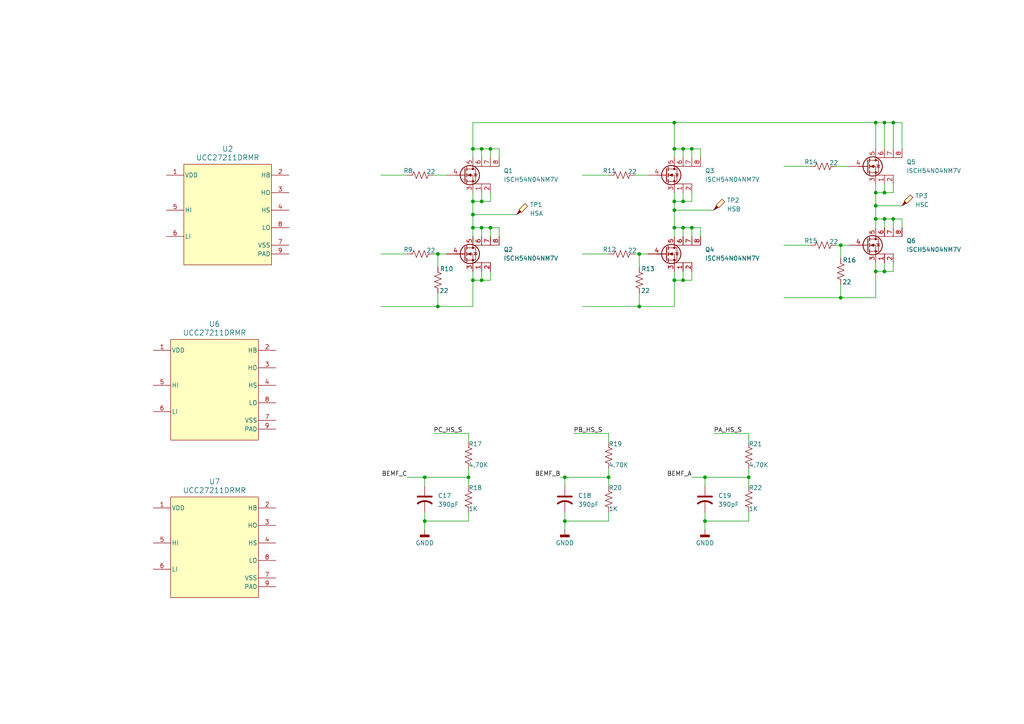
<source format=kicad_sch>
(kicad_sch (version 20250114) (generator "eeschema") (generator_version "9.0")
  (paper "A4")
  (lib_symbols
    (symbol "AzizFaozi:ISCH54N04NM7V" (pin_names (offset 0) (hide yes))
      (property "Reference" "Q" (at 5.08 1.905 0))
      (property "Value" "ISCH54N04NM7V" (at 5.08 0 0))
      (symbol "ISCH54N04NM7V_0_1"
        (polyline (pts (xy 0.254 1.905) (xy 0.254 -1.905)) (stroke (width 0.254)))
        (polyline (pts (xy 0.254 0) (xy -2.54 0)))
        (polyline (pts (xy 0.762 2.286) (xy 0.762 1.27)) (stroke (width 0.254)))
        (polyline (pts (xy 0.762 0.508) (xy 0.762 -0.508)) (stroke (width 0.254)))
        (polyline (pts (xy 0.762 -1.27) (xy 0.762 -2.286)) (stroke (width 0.254)))
        (polyline (pts (xy 0.762 -1.778) (xy 3.302 -1.778) (xy 3.302 1.778) (xy 0.762 1.778)))
        (polyline (pts (xy 1.016 0) (xy 2.032 0.381) (xy 2.032 -0.381) (xy 1.016 0)) (fill (type outline)))
        (circle (center 1.651 0) (radius 2.794) (stroke (width 0.254)))
        (polyline (pts (xy 2.54 2.54) (xy 2.54 1.778)))
        (circle (center 2.54 1.778) (radius 0.254) (fill (type outline)))
        (circle (center 2.54 -1.778) (radius 0.254) (fill (type outline)))
        (polyline (pts (xy 2.54 -2.54) (xy 2.54 0) (xy 0.762 0)))
        (polyline (pts (xy 2.794 0.508) (xy 2.921 0.381) (xy 3.683 0.381) (xy 3.81 0.254)))
        (polyline (pts (xy 3.302 0.381) (xy 2.921 -0.254) (xy 3.683 -0.254) (xy 3.302 0.381)))
        (polyline (pts (xy 7.62 -2.54) (xy 2.54 -2.54)))
        (polyline (pts (xy 10.16 2.54) (xy 2.54 2.54)))
      )
      (symbol "ISCH54N04NM7V_1_0"
        (pin input line (at 7.62 5.08 270) (length 2.54) (name "D") (number "7"))
        (pin input line (at 10.16 5.08 270) (length 2.54) (name "D") (number "8"))
      )
      (symbol "ISCH54N04NM7V_1_1"
        (pin input line (at -5.08 0 0) (length 5.08) (name "G") (number "4"))
        (pin passive line (at 2.54 5.08 270) (length 2.54) (name "D") (number "5"))
        (pin passive line (at 2.54 -5.08 90) (length 2.54) (name "S") (number "3"))
        (pin input line (at 5.08 5.08 270) (length 2.54) (name "D") (number "6"))
        (pin passive line (at 5.08 -5.08 90) (length 2.54) (name "S") (number "1"))
        (pin passive line (at 7.62 -5.08 90) (length 2.54) (name "S") (number "2"))
      )
    )
    (symbol "Connector:TestPoint_Probe" (pin_numbers (hide yes)) (pin_names (offset 0.762) (hide yes))
      (property "Reference" "TP" (at 1.651 5.842 0))
      (property "Value" "TestPoint_Probe" (at 1.651 4.064 0))
      (symbol "TestPoint_Probe_0_1"
        (polyline (pts (xy 1.27 0.762) (xy 0 0) (xy 0.762 1.27) (xy 1.27 0.762)) (fill (type outline)))
        (polyline (pts (xy 1.397 0.635) (xy 0.635 1.397) (xy 2.413 3.175) (xy 3.175 2.413) (xy 1.397 0.635)) (fill (type background)))
      )
      (symbol "TestPoint_Probe_1_1"
        (pin passive line (at 0 0 90) (length 0) (name "1") (number "1"))
      )
    )
    (symbol "Device:C_US" (pin_numbers (hide yes)) (pin_names (offset 0.254) (hide yes))
      (property "Reference" "C" (at 0.635 2.54 0))
      (property "Value" "C_US" (at 0.635 -2.54 0))
      (symbol "C_US_0_1"
        (polyline (pts (xy -2.032 0.762) (xy 2.032 0.762)) (stroke (width 0.508)))
        (arc (start -2.032 -1.27) (mid 0 -0.5572) (end 2.032 -1.27) (stroke (width 0.508)))
      )
      (symbol "C_US_1_1"
        (pin passive line (at 0 3.81 270) (length 2.794) (name "~") (number "1"))
        (pin passive line (at 0 -3.81 90) (length 3.302) (name "~") (number "2"))
      )
    )
    (symbol "Device:R_US" (pin_numbers (hide yes)) (pin_names (offset 0))
      (property "Reference" "R" (at 2.54 0 90))
      (property "Value" "R_US" (at -2.54 0 90))
      (symbol "R_US_0_1"
        (polyline (pts (xy 0 2.286) (xy 0 2.54)))
        (polyline (pts (xy 0 2.286) (xy 1.016 1.905) (xy 0 1.524) (xy -1.016 1.143) (xy 0 0.762)))
        (polyline (pts (xy 0 0.762) (xy 1.016 0.381) (xy 0 0) (xy -1.016 -0.381) (xy 0 -0.762)))
        (polyline (pts (xy 0 -0.762) (xy 1.016 -1.143) (xy 0 -1.524) (xy -1.016 -1.905) (xy 0 -2.286)))
        (polyline (pts (xy 0 -2.286) (xy 0 -2.54)))
      )
      (symbol "R_US_1_1"
        (pin passive line (at 0 3.81 270) (length 1.27) (name "~") (number "1"))
        (pin passive line (at 0 -3.81 90) (length 1.27) (name "~") (number "2"))
      )
    )
    (symbol "droneUltimate:UCC27211DRMR" (pin_names (offset 0.254))
      (property "Reference" "U" (at 0 2.54 0))
      (property "Value" "UCC27211DRMR" (at 0 0 0))
      (symbol "UCC27211DRMR_0_1"
        (pin power_in line (at -17.78 10.16 0) (length 5.08) (name "VDD") (number "1"))
        (pin input line (at -17.78 0 0) (length 5.08) (name "HI") (number "5"))
        (pin input line (at -17.78 -7.62 0) (length 5.08) (name "LI") (number "6"))
        (pin power_in line (at 17.78 10.16 180) (length 5.08) (name "HB") (number "2"))
        (pin output line (at 17.78 5.08 180) (length 5.08) (name "HO") (number "3"))
        (pin power_in line (at 17.78 0 180) (length 5.08) (name "HS") (number "4"))
        (pin output line (at 17.78 -5.08 180) (length 5.08) (name "LO") (number "8"))
        (pin power_in line (at 17.78 -10.16 180) (length 5.08) (name "VSS") (number "7"))
        (pin unspecified line (at 17.78 -12.7 180) (length 5.08) (name "PAD") (number "9"))
      )
      (symbol "UCC27211DRMR_1_1"
        (rectangle (start -12.7 13.335) (end 12.7 -15.875) (fill (type background)))
        (rectangle (start 10.795 -14.605) (end 10.795 -14.605))
      )
    )
    (symbol "power:GNDD" (power) (pin_numbers (hide yes)) (pin_names (offset 0) (hide yes))
      (property "Value" "GNDD" (at 0 -3.175 0))
      (symbol "GNDD_0_1"
        (rectangle (start -1.27 -1.524) (end 1.27 -2.032) (stroke (width 0.254)) (fill (type outline)))
        (polyline (pts (xy 0 0) (xy 0 -1.524)))
      )
      (symbol "GNDD_1_1"
        (pin power_in line (at 0 0 270) (length 0) (name "~") (number "1"))
      )
    )
  )
  (junction (at 217.17 138.43))
  (junction (at 142.24 43.18))
  (junction (at 163.83 151.13))
  (junction (at 195.58 81.28))
  (junction (at 195.58 43.18))
  (junction (at 195.58 35.56))
  (junction (at 198.12 43.18))
  (junction (at 198.12 66.04))
  (junction (at 137.16 58.42))
  (junction (at 254 63.5))
  (junction (at 123.19 151.13))
  (junction (at 137.16 81.28))
  (junction (at 135.89 138.43))
  (junction (at 127 73.66))
  (junction (at 204.47 138.43))
  (junction (at 137.16 62.23))
  (junction (at 198.12 58.42))
  (junction (at 200.66 43.18))
  (junction (at 259.08 63.5))
  (junction (at 123.19 138.43))
  (junction (at 256.54 63.5))
  (junction (at 176.53 138.43))
  (junction (at 256.54 55.88))
  (junction (at 254 78.74))
  (junction (at 254 59.69))
  (junction (at 137.16 43.18))
  (junction (at 195.58 66.04))
  (junction (at 200.66 66.04))
  (junction (at 139.7 43.18))
  (junction (at 163.83 138.43))
  (junction (at 139.7 66.04))
  (junction (at 195.58 58.42))
  (junction (at 204.47 151.13))
  (junction (at 185.42 88.9))
  (junction (at 139.7 58.42))
  (junction (at 256.54 35.56))
  (junction (at 243.84 71.12))
  (junction (at 195.58 60.96))
  (junction (at 127 88.9))
  (junction (at 243.84 86.36))
  (junction (at 137.16 66.04))
  (junction (at 142.24 66.04))
  (junction (at 256.54 78.74))
  (junction (at 185.42 73.66))
  (junction (at 139.7 81.28))
  (junction (at 259.08 35.56))
  (junction (at 254 55.88))
  (junction (at 254 35.56))
  (junction (at 198.12 81.28))
  (wire (pts (xy 163.83 151.13) (xy 176.53 151.13)))
  (wire (pts (xy 254 59.69) (xy 254 63.5)))
  (wire (pts (xy 142.24 43.18) (xy 139.7 43.18)))
  (wire (pts (xy 137.16 81.28) (xy 137.16 88.9)))
  (wire (pts (xy 198.12 43.18) (xy 198.12 45.72)))
  (wire (pts (xy 123.19 148.59) (xy 123.19 151.13)))
  (wire (pts (xy 168.91 88.9) (xy 185.42 88.9)))
  (wire (pts (xy 139.7 58.42) (xy 137.16 58.42)))
  (wire (pts (xy 195.58 43.18) (xy 195.58 45.72)))
  (wire (pts (xy 256.54 63.5) (xy 254 63.5)))
  (wire (pts (xy 195.58 66.04) (xy 195.58 68.58)))
  (wire (pts (xy 168.91 50.8) (xy 176.53 50.8)))
  (wire (pts (xy 200.66 138.43) (xy 204.47 138.43)))
  (wire (pts (xy 163.83 138.43) (xy 176.53 138.43)))
  (wire (pts (xy 242.57 71.12) (xy 243.84 71.12)))
  (wire (pts (xy 137.16 66.04) (xy 137.16 68.58)))
  (wire (pts (xy 243.84 74.93) (xy 243.84 71.12)))
  (wire (pts (xy 242.57 48.26) (xy 246.38 48.26)))
  (wire (pts (xy 254 63.5) (xy 254 66.04)))
  (wire (pts (xy 176.53 148.59) (xy 176.53 151.13)))
  (wire (pts (xy 110.49 50.8) (xy 118.11 50.8)))
  (wire (pts (xy 254 55.88) (xy 254 59.69)))
  (wire (pts (xy 184.15 73.66) (xy 185.42 73.66)))
  (wire (pts (xy 198.12 55.88) (xy 198.12 58.42)))
  (wire (pts (xy 256.54 35.56) (xy 256.54 43.18)))
  (wire (pts (xy 195.58 55.88) (xy 195.58 58.42)))
  (wire (pts (xy 204.47 138.43) (xy 217.17 138.43)))
  (wire (pts (xy 123.19 138.43) (xy 135.89 138.43)))
  (wire (pts (xy 259.08 76.2) (xy 259.08 78.74)))
  (wire (pts (xy 254 59.69) (xy 261.62 59.69)))
  (wire (pts (xy 139.7 66.04) (xy 139.7 68.58)))
  (wire (pts (xy 200.66 78.74) (xy 200.66 81.28)))
  (wire (pts (xy 259.08 63.5) (xy 256.54 63.5)))
  (wire (pts (xy 142.24 55.88) (xy 142.24 58.42)))
  (wire (pts (xy 259.08 63.5) (xy 259.08 66.04)))
  (wire (pts (xy 259.08 35.56) (xy 261.62 35.56)))
  (wire (pts (xy 254 35.56) (xy 256.54 35.56)))
  (wire (pts (xy 123.19 140.97) (xy 123.19 138.43)))
  (wire (pts (xy 142.24 66.04) (xy 139.7 66.04)))
  (wire (pts (xy 227.33 86.36) (xy 243.84 86.36)))
  (wire (pts (xy 137.16 78.74) (xy 137.16 81.28)))
  (wire (pts (xy 166.37 125.73) (xy 176.53 125.73)))
  (wire (pts (xy 203.2 66.04) (xy 200.66 66.04)))
  (wire (pts (xy 184.15 50.8) (xy 187.96 50.8)))
  (wire (pts (xy 198.12 78.74) (xy 198.12 81.28)))
  (wire (pts (xy 142.24 66.04) (xy 142.24 68.58)))
  (wire (pts (xy 203.2 45.72) (xy 203.2 43.18)))
  (wire (pts (xy 254 35.56) (xy 254 43.18)))
  (wire (pts (xy 207.01 125.73) (xy 217.17 125.73)))
  (wire (pts (xy 168.91 73.66) (xy 176.53 73.66)))
  (wire (pts (xy 176.53 128.27) (xy 176.53 125.73)))
  (wire (pts (xy 227.33 71.12) (xy 234.95 71.12)))
  (wire (pts (xy 195.58 60.96) (xy 195.58 66.04)))
  (wire (pts (xy 137.16 55.88) (xy 137.16 58.42)))
  (wire (pts (xy 142.24 58.42) (xy 139.7 58.42)))
  (wire (pts (xy 204.47 140.97) (xy 204.47 138.43)))
  (wire (pts (xy 243.84 82.55) (xy 243.84 86.36)))
  (wire (pts (xy 200.66 43.18) (xy 200.66 45.72)))
  (wire (pts (xy 254 76.2) (xy 254 78.74)))
  (wire (pts (xy 137.16 62.23) (xy 137.16 66.04)))
  (wire (pts (xy 200.66 55.88) (xy 200.66 58.42)))
  (wire (pts (xy 259.08 78.74) (xy 256.54 78.74)))
  (wire (pts (xy 195.58 35.56) (xy 195.58 43.18)))
  (wire (pts (xy 200.66 58.42) (xy 198.12 58.42)))
  (wire (pts (xy 139.7 55.88) (xy 139.7 58.42)))
  (wire (pts (xy 127 73.66) (xy 129.54 73.66)))
  (wire (pts (xy 200.66 81.28) (xy 198.12 81.28)))
  (wire (pts (xy 163.83 151.13) (xy 163.83 153.67)))
  (wire (pts (xy 217.17 135.89) (xy 217.17 138.43)))
  (wire (pts (xy 195.58 81.28) (xy 195.58 88.9)))
  (wire (pts (xy 135.89 138.43) (xy 135.89 140.97)))
  (wire (pts (xy 204.47 151.13) (xy 204.47 153.67)))
  (wire (pts (xy 127 77.47) (xy 127 73.66)))
  (wire (pts (xy 217.17 128.27) (xy 217.17 125.73)))
  (wire (pts (xy 137.16 62.23) (xy 149.86 62.23)))
  (wire (pts (xy 256.54 76.2) (xy 256.54 78.74)))
  (wire (pts (xy 125.73 50.8) (xy 129.54 50.8)))
  (wire (pts (xy 198.12 66.04) (xy 198.12 68.58)))
  (wire (pts (xy 163.83 148.59) (xy 163.83 151.13)))
  (wire (pts (xy 142.24 43.18) (xy 142.24 45.72)))
  (wire (pts (xy 217.17 148.59) (xy 217.17 151.13)))
  (wire (pts (xy 137.16 43.18) (xy 137.16 35.56)))
  (wire (pts (xy 163.83 140.97) (xy 163.83 138.43)))
  (wire (pts (xy 185.42 73.66) (xy 187.96 73.66)))
  (wire (pts (xy 118.11 138.43) (xy 123.19 138.43)))
  (wire (pts (xy 135.89 148.59) (xy 135.89 151.13)))
  (wire (pts (xy 207.01 60.96) (xy 195.58 60.96)))
  (wire (pts (xy 185.42 88.9) (xy 195.58 88.9)))
  (wire (pts (xy 125.73 125.73) (xy 135.89 125.73)))
  (wire (pts (xy 185.42 77.47) (xy 185.42 73.66)))
  (wire (pts (xy 139.7 43.18) (xy 139.7 45.72)))
  (wire (pts (xy 254 78.74) (xy 254 86.36)))
  (wire (pts (xy 127 85.09) (xy 127 88.9)))
  (wire (pts (xy 195.58 78.74) (xy 195.58 81.28)))
  (wire (pts (xy 137.16 58.42) (xy 137.16 62.23)))
  (wire (pts (xy 144.78 43.18) (xy 142.24 43.18)))
  (wire (pts (xy 198.12 58.42) (xy 195.58 58.42)))
  (wire (pts (xy 135.89 135.89) (xy 135.89 138.43)))
  (wire (pts (xy 259.08 55.88) (xy 256.54 55.88)))
  (wire (pts (xy 127 88.9) (xy 137.16 88.9)))
  (wire (pts (xy 198.12 66.04) (xy 195.58 66.04)))
  (wire (pts (xy 137.16 35.56) (xy 195.58 35.56)))
  (wire (pts (xy 195.58 58.42) (xy 195.58 60.96)))
  (wire (pts (xy 137.16 45.72) (xy 137.16 43.18)))
  (wire (pts (xy 256.54 35.56) (xy 259.08 35.56)))
  (wire (pts (xy 200.66 66.04) (xy 198.12 66.04)))
  (wire (pts (xy 125.73 73.66) (xy 127 73.66)))
  (wire (pts (xy 243.84 86.36) (xy 254 86.36)))
  (wire (pts (xy 204.47 148.59) (xy 204.47 151.13)))
  (wire (pts (xy 176.53 135.89) (xy 176.53 138.43)))
  (wire (pts (xy 135.89 128.27) (xy 135.89 125.73)))
  (wire (pts (xy 259.08 35.56) (xy 259.08 43.18)))
  (wire (pts (xy 198.12 43.18) (xy 195.58 43.18)))
  (wire (pts (xy 123.19 151.13) (xy 123.19 153.67)))
  (wire (pts (xy 139.7 78.74) (xy 139.7 81.28)))
  (wire (pts (xy 254 53.34) (xy 254 55.88)))
  (wire (pts (xy 176.53 138.43) (xy 176.53 140.97)))
  (wire (pts (xy 144.78 66.04) (xy 142.24 66.04)))
  (wire (pts (xy 256.54 55.88) (xy 254 55.88)))
  (wire (pts (xy 162.56 138.43) (xy 163.83 138.43)))
  (wire (pts (xy 256.54 53.34) (xy 256.54 55.88)))
  (wire (pts (xy 217.17 138.43) (xy 217.17 140.97)))
  (wire (pts (xy 200.66 66.04) (xy 200.66 68.58)))
  (wire (pts (xy 243.84 71.12) (xy 246.38 71.12)))
  (wire (pts (xy 185.42 85.09) (xy 185.42 88.9)))
  (wire (pts (xy 256.54 63.5) (xy 256.54 66.04)))
  (wire (pts (xy 144.78 68.58) (xy 144.78 66.04)))
  (wire (pts (xy 139.7 43.18) (xy 137.16 43.18)))
  (wire (pts (xy 203.2 43.18) (xy 200.66 43.18)))
  (wire (pts (xy 142.24 78.74) (xy 142.24 81.28)))
  (wire (pts (xy 139.7 66.04) (xy 137.16 66.04)))
  (wire (pts (xy 261.62 66.04) (xy 261.62 63.5)))
  (wire (pts (xy 195.58 35.56) (xy 254 35.56)))
  (wire (pts (xy 259.08 53.34) (xy 259.08 55.88)))
  (wire (pts (xy 139.7 81.28) (xy 137.16 81.28)))
  (wire (pts (xy 261.62 63.5) (xy 259.08 63.5)))
  (wire (pts (xy 256.54 78.74) (xy 254 78.74)))
  (wire (pts (xy 200.66 43.18) (xy 198.12 43.18)))
  (wire (pts (xy 123.19 151.13) (xy 135.89 151.13)))
  (wire (pts (xy 198.12 81.28) (xy 195.58 81.28)))
  (wire (pts (xy 261.62 35.56) (xy 261.62 43.18)))
  (wire (pts (xy 204.47 151.13) (xy 217.17 151.13)))
  (wire (pts (xy 144.78 45.72) (xy 144.78 43.18)))
  (wire (pts (xy 110.49 73.66) (xy 118.11 73.66)))
  (wire (pts (xy 203.2 68.58) (xy 203.2 66.04)))
  (wire (pts (xy 110.49 88.9) (xy 127 88.9)))
  (wire (pts (xy 142.24 81.28) (xy 139.7 81.28)))
  (wire (pts (xy 227.33 48.26) (xy 234.95 48.26)))
  (label "BEMF_A" (at 200.66 138.43 180))
  (label "PA_HS_S" (at 207.01 125.73 0))
  (label "PB_HS_S" (at 166.37 125.73 0))
  (label "BEMF_B" (at 162.56 138.43 180))
  (label "BEMF_C" (at 118.11 138.43 180))
  (label "PC_HS_S" (at 125.73 125.73 0))
  (symbol (lib_id "Device:R_US") (at 135.89 132.08 0) (unit 1)
    (property "Reference" "R17" (at 135.89 128.778 0) (effects (justify left)))
    (property "Value" "4.70K" (at 135.89 134.874 0) (effects (justify left)))
    (property "Description" "Resistor, US symbol" (effects (hide yes)))
  )
  (symbol (lib_id "AzizFaozi:ISCH54N04NM7V") (at 193.04 50.8 0) (unit 1)
    (property "Reference" "Q3" (at 204.47 49.5299 0) (effects (justify left)))
    (property "Value" "ISCH54N04NM7V" (at 204.47 52.0699 0) (effects (justify left)))
    (property "Footprint" "footprints:PG-TDSON-8_L5.0-W6.0-P1.27-BL-EP" (effects (hide yes)))
    (property "Datasheet" "http://www.infineon.com/dgdl/Infineon-BSC028N06LS3-DS-v02_02-en.pdf?fileId=db3a30431ddc9372011ebafa4c607f8c" (effects (hide yes)))
    (property "Description" "100A Id, 60V Vds, OptiMOS N-Channel Power MOSFET, 2.8mOhm Ron, Qg (typ) 31.0nC, PG-TDSON-8" (effects (hide yes)))
  )
  (symbol (lib_id "Connector:TestPoint_Probe") (at 207.01 60.96 0) (unit 1)
    (property "Reference" "TP2" (at 210.82 58.1024 0) (effects (justify left)))
    (property "Value" "HSB" (at 210.82 60.6424 0) (effects (justify left)))
    (property "Footprint" "MountingHole:MountingHole_2.2mm_M2_Pad" (effects (hide yes)))
    (property "Description" "test point (alternative probe-style design)" (effects (hide yes)))
  )
  (symbol (lib_id "Device:C_US") (at 204.47 144.78 0) (unit 1)
    (property "Reference" "C19" (at 208.28 143.7639 0) (effects (justify left)))
    (property "Value" "390pF" (at 208.28 146.3039 0) (effects (justify left)))
    (property "Description" "capacitor, US symbol" (effects (hide yes)))
  )
  (symbol (lib_id "AzizFaozi:ISCH54N04NM7V") (at 134.62 50.8 0) (unit 1)
    (property "Reference" "Q1" (at 146.05 49.5299 0) (effects (justify left)))
    (property "Value" "ISCH54N04NM7V" (at 146.05 52.0699 0) (effects (justify left)))
    (property "Footprint" "footprints:PG-TDSON-8_L5.0-W6.0-P1.27-BL-EP" (effects (hide yes)))
    (property "Datasheet" "http://www.infineon.com/dgdl/Infineon-BSC028N06LS3-DS-v02_02-en.pdf?fileId=db3a30431ddc9372011ebafa4c607f8c" (effects (hide yes)))
    (property "Description" "100A Id, 60V Vds, OptiMOS N-Channel Power MOSFET, 2.8mOhm Ron, Qg (typ) 31.0nC, PG-TDSON-8" (effects (hide yes)))
  )
  (symbol (lib_id "Device:R_US") (at 135.89 144.78 0) (unit 1)
    (property "Reference" "R18" (at 135.89 141.478 0) (effects (justify left)))
    (property "Value" "1K" (at 135.89 147.574 0) (effects (justify left)))
    (property "Description" "Resistor, US symbol" (effects (hide yes)))
  )
  (symbol (lib_id "Device:R_US") (at 180.34 73.66 90) (unit 1)
    (property "Reference" "R12" (at 176.784 72.39 90))
    (property "Value" "22" (at 183.388 72.644 90))
    (property "Description" "Resistor, US symbol" (effects (hide yes)))
  )
  (symbol (lib_id "droneUltimate:UCC27211DRMR") (at 66.04 60.96 0) (unit 1)
    (property "Reference" "U2" (at 66.04 43.18 0) (effects (font (size 1.524 1.524))))
    (property "Value" "UCC27211DRMR" (at 66.04 45.72 0) (effects (font (size 1.524 1.524))))
    (property "Footprint" "footprints:VSON-8_L4.0-W4.0-P0.80-TL-EP" (effects (hide yes)))
    (property "Datasheet" "https://www.ti.com/lit/gpn/ucc27211" (effects (hide yes)))
    (property "lcsc_id" "C1848363" (effects (hide yes)))
    (property "price" "1.57" (effects (hide yes)))
  )
  (symbol (lib_id "Device:C_US") (at 163.83 144.78 0) (unit 1)
    (property "Reference" "C18" (at 167.64 143.7639 0) (effects (justify left)))
    (property "Value" "390pF" (at 167.64 146.3039 0) (effects (justify left)))
    (property "Description" "capacitor, US symbol" (effects (hide yes)))
  )
  (symbol (lib_id "Device:R_US") (at 243.84 78.74 0) (unit 1)
    (property "Reference" "R16" (at 246.38 75.438 0))
    (property "Value" "22" (at 245.618 81.788 0))
    (property "Description" "Resistor, US symbol" (effects (hide yes)))
  )
  (symbol (lib_id "Device:R_US") (at 121.92 73.66 90) (unit 1)
    (property "Reference" "R9" (at 118.364 72.39 90))
    (property "Value" "22" (at 124.968 72.644 90))
    (property "Description" "Resistor, US symbol" (effects (hide yes)))
  )
  (symbol (lib_id "power:GNDD") (at 123.19 153.67 0) (unit 1)
    (property "Reference" "#PWR043" (effects (hide yes)))
    (property "Value" "GNDD" (at 123.19 157.48 0))
    (property "Description" "Power symbol creates a global label with name \"GNDD\" , digital ground" (effects (hide yes)))
  )
  (symbol (lib_id "Connector:TestPoint_Probe") (at 149.86 62.23 0) (unit 1)
    (property "Reference" "TP1" (at 153.67 59.3724 0) (effects (justify left)))
    (property "Value" "HSA" (at 153.67 61.9124 0) (effects (justify left)))
    (property "Footprint" "MountingHole:MountingHole_2.2mm_M2_Pad" (effects (hide yes)))
    (property "Description" "test point (alternative probe-style design)" (effects (hide yes)))
  )
  (symbol (lib_id "Device:R_US") (at 238.76 71.12 90) (unit 1)
    (property "Reference" "R15" (at 235.204 69.85 90))
    (property "Value" "22" (at 241.808 70.104 90))
    (property "Description" "Resistor, US symbol" (effects (hide yes)))
  )
  (symbol (lib_id "Device:C_US") (at 123.19 144.78 0) (unit 1)
    (property "Reference" "C17" (at 127 143.7639 0) (effects (justify left)))
    (property "Value" "390pF" (at 127 146.3039 0) (effects (justify left)))
    (property "Description" "capacitor, US symbol" (effects (hide yes)))
  )
  (symbol (lib_id "AzizFaozi:ISCH54N04NM7V") (at 193.04 73.66 0) (unit 1)
    (property "Reference" "Q4" (at 204.47 72.3899 0) (effects (justify left)))
    (property "Value" "ISCH54N04NM7V" (at 204.47 74.9299 0) (effects (justify left)))
    (property "Footprint" "footprints:PG-TDSON-8_L5.0-W6.0-P1.27-BL-EP" (effects (hide yes)))
    (property "Datasheet" "http://www.infineon.com/dgdl/Infineon-BSC028N06LS3-DS-v02_02-en.pdf?fileId=db3a30431ddc9372011ebafa4c607f8c" (effects (hide yes)))
    (property "Description" "100A Id, 60V Vds, OptiMOS N-Channel Power MOSFET, 2.8mOhm Ron, Qg (typ) 31.0nC, PG-TDSON-8" (effects (hide yes)))
  )
  (symbol (lib_id "droneUltimate:UCC27211DRMR") (at 62.23 157.48 0) (unit 1)
    (property "Reference" "U7" (at 62.23 139.7 0) (effects (font (size 1.524 1.524))))
    (property "Value" "UCC27211DRMR" (at 62.23 142.24 0) (effects (font (size 1.524 1.524))))
    (property "Footprint" "footprints:VSON-8_L4.0-W4.0-P0.80-TL-EP" (effects (hide yes)))
    (property "Datasheet" "https://www.ti.com/lit/gpn/ucc27211" (effects (hide yes)))
    (property "lcsc_id" "C1848363" (effects (hide yes)))
    (property "price" "1.57" (effects (hide yes)))
  )
  (symbol (lib_id "power:GNDD") (at 163.83 153.67 0) (unit 1)
    (property "Reference" "#PWR044" (effects (hide yes)))
    (property "Value" "GNDD" (at 163.83 157.48 0))
    (property "Description" "Power symbol creates a global label with name \"GNDD\" , digital ground" (effects (hide yes)))
  )
  (symbol (lib_id "droneUltimate:UCC27211DRMR") (at 62.23 111.76 0) (unit 1)
    (property "Reference" "U6" (at 62.23 93.98 0) (effects (font (size 1.524 1.524))))
    (property "Value" "UCC27211DRMR" (at 62.23 96.52 0) (effects (font (size 1.524 1.524))))
    (property "Footprint" "footprints:VSON-8_L4.0-W4.0-P0.80-TL-EP" (effects (hide yes)))
    (property "Datasheet" "https://www.ti.com/lit/gpn/ucc27211" (effects (hide yes)))
    (property "lcsc_id" "C1848363" (effects (hide yes)))
    (property "price" "1.57" (effects (hide yes)))
  )
  (symbol (lib_id "Device:R_US") (at 121.92 50.8 90) (unit 1)
    (property "Reference" "R8" (at 118.364 49.53 90))
    (property "Value" "22" (at 124.968 49.784 90))
    (property "Description" "Resistor, US symbol" (effects (hide yes)))
  )
  (symbol (lib_id "Device:R_US") (at 176.53 144.78 0) (unit 1)
    (property "Reference" "R20" (at 176.53 141.478 0) (effects (justify left)))
    (property "Value" "1K" (at 176.53 147.574 0) (effects (justify left)))
    (property "Description" "Resistor, US symbol" (effects (hide yes)))
  )
  (symbol (lib_id "AzizFaozi:ISCH54N04NM7V") (at 251.46 48.26 0) (unit 1)
    (property "Reference" "Q5" (at 262.89 46.9899 0) (effects (justify left)))
    (property "Value" "ISCH54N04NM7V" (at 262.89 49.5299 0) (effects (justify left)))
    (property "Footprint" "footprints:PG-TDSON-8_L5.0-W6.0-P1.27-BL-EP" (effects (hide yes)))
    (property "Datasheet" "http://www.infineon.com/dgdl/Infineon-BSC028N06LS3-DS-v02_02-en.pdf?fileId=db3a30431ddc9372011ebafa4c607f8c" (effects (hide yes)))
    (property "Description" "100A Id, 60V Vds, OptiMOS N-Channel Power MOSFET, 2.8mOhm Ron, Qg (typ) 31.0nC, PG-TDSON-8" (effects (hide yes)))
  )
  (symbol (lib_id "Device:R_US") (at 176.53 132.08 0) (unit 1)
    (property "Reference" "R19" (at 176.53 128.778 0) (effects (justify left)))
    (property "Value" "4.70K" (at 176.53 134.874 0) (effects (justify left)))
    (property "Description" "Resistor, US symbol" (effects (hide yes)))
  )
  (symbol (lib_id "Device:R_US") (at 185.42 81.28 0) (unit 1)
    (property "Reference" "R13" (at 187.96 77.978 0))
    (property "Value" "22" (at 187.198 84.328 0))
    (property "Description" "Resistor, US symbol" (effects (hide yes)))
  )
  (symbol (lib_id "Device:R_US") (at 217.17 132.08 0) (unit 1)
    (property "Reference" "R21" (at 217.17 128.778 0) (effects (justify left)))
    (property "Value" "4.70K" (at 217.17 134.874 0) (effects (justify left)))
    (property "Description" "Resistor, US symbol" (effects (hide yes)))
  )
  (symbol (lib_id "AzizFaozi:ISCH54N04NM7V") (at 251.46 71.12 0) (unit 1)
    (property "Reference" "Q6" (at 262.89 69.8499 0) (effects (justify left)))
    (property "Value" "ISCH54N04NM7V" (at 262.89 72.3899 0) (effects (justify left)))
    (property "Footprint" "footprints:PG-TDSON-8_L5.0-W6.0-P1.27-BL-EP" (effects (hide yes)))
    (property "Datasheet" "http://www.infineon.com/dgdl/Infineon-BSC028N06LS3-DS-v02_02-en.pdf?fileId=db3a30431ddc9372011ebafa4c607f8c" (effects (hide yes)))
    (property "Description" "100A Id, 60V Vds, OptiMOS N-Channel Power MOSFET, 2.8mOhm Ron, Qg (typ) 31.0nC, PG-TDSON-8" (effects (hide yes)))
  )
  (symbol (lib_id "Device:R_US") (at 127 81.28 0) (unit 1)
    (property "Reference" "R10" (at 129.54 77.978 0))
    (property "Value" "22" (at 128.778 84.328 0))
    (property "Description" "Resistor, US symbol" (effects (hide yes)))
  )
  (symbol (lib_id "Device:R_US") (at 180.34 50.8 90) (unit 1)
    (property "Reference" "R11" (at 176.784 49.53 90))
    (property "Value" "22" (at 183.388 49.784 90))
    (property "Description" "Resistor, US symbol" (effects (hide yes)))
  )
  (symbol (lib_id "power:GNDD") (at 204.47 153.67 0) (unit 1)
    (property "Reference" "#PWR045" (effects (hide yes)))
    (property "Value" "GNDD" (at 204.47 157.48 0))
    (property "Description" "Power symbol creates a global label with name \"GNDD\" , digital ground" (effects (hide yes)))
  )
  (symbol (lib_id "Device:R_US") (at 217.17 144.78 0) (unit 1)
    (property "Reference" "R22" (at 217.17 141.478 0) (effects (justify left)))
    (property "Value" "1K" (at 217.17 147.574 0) (effects (justify left)))
    (property "Description" "Resistor, US symbol" (effects (hide yes)))
  )
  (symbol (lib_id "Connector:TestPoint_Probe") (at 261.62 59.69 0) (unit 1)
    (property "Reference" "TP3" (at 265.43 56.8324 0) (effects (justify left)))
    (property "Value" "HSC" (at 265.43 59.3724 0) (effects (justify left)))
    (property "Footprint" "MountingHole:MountingHole_2.2mm_M2_Pad" (effects (hide yes)))
    (property "Description" "test point (alternative probe-style design)" (effects (hide yes)))
  )
  (symbol (lib_id "Device:R_US") (at 238.76 48.26 90) (unit 1)
    (property "Reference" "R14" (at 235.204 46.99 90))
    (property "Value" "22" (at 241.808 47.244 90))
    (property "Description" "Resistor, US symbol" (effects (hide yes)))
  )
  (symbol (lib_id "AzizFaozi:ISCH54N04NM7V") (at 134.62 73.66 0) (unit 1)
    (property "Reference" "Q2" (at 146.05 72.3899 0) (effects (justify left)))
    (property "Value" "ISCH54N04NM7V" (at 146.05 74.9299 0) (effects (justify left)))
    (property "Footprint" "footprints:PG-TDSON-8_L5.0-W6.0-P1.27-BL-EP" (effects (hide yes)))
    (property "Datasheet" "http://www.infineon.com/dgdl/Infineon-BSC028N06LS3-DS-v02_02-en.pdf?fileId=db3a30431ddc9372011ebafa4c607f8c" (effects (hide yes)))
    (property "Description" "100A Id, 60V Vds, OptiMOS N-Channel Power MOSFET, 2.8mOhm Ron, Qg (typ) 31.0nC, PG-TDSON-8" (effects (hide yes)))
  )
)
</source>
